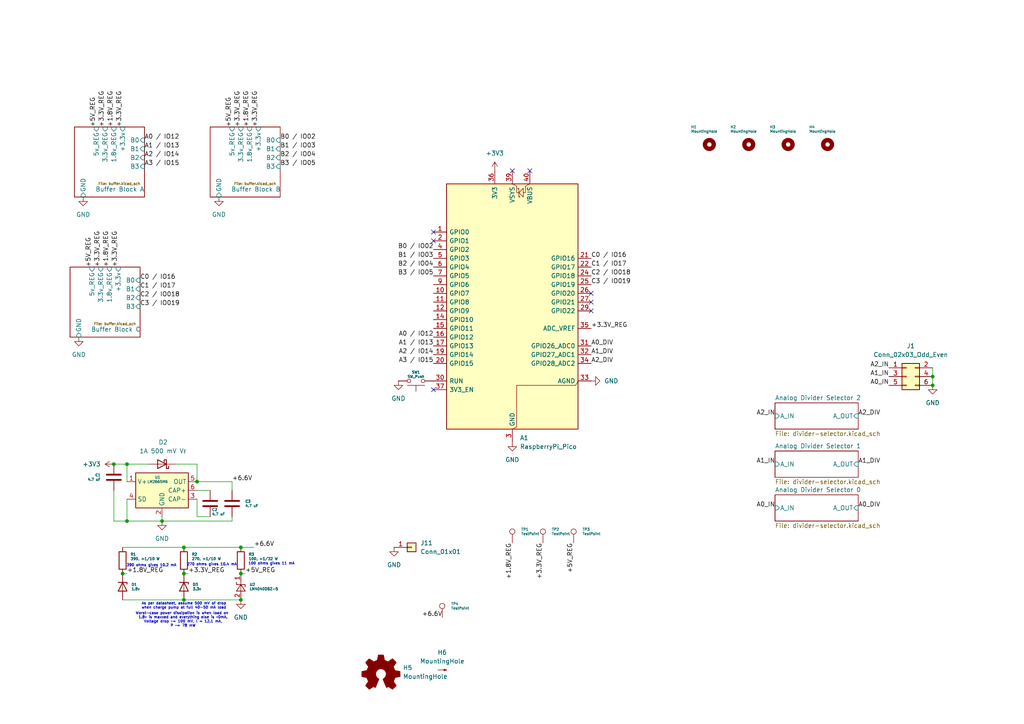
<source format=kicad_sch>
(kicad_sch (version 20231120) (generator "eeschema") (generator_version "8.0")
  (paper "A4")
  (lib_symbols
    (symbol "Connector:TestPoint" (pin_numbers hide) (pin_names (offset 0.762) hide)
      (property "Reference" "TP" (at 0 6.858 0))
      (property "Value" "TestPoint" (at 0 5.08 0))
      (symbol "TestPoint_0_1"
        (circle (center 0 3.302) (radius 0.762))
      )
      (symbol "TestPoint_1_1"
        (pin passive line (at 0 0 90) (length 2.54) (name "1") (number "1"))
      )
    )
    (symbol "Connector_Generic:Conn_01x01" (pin_names (offset 1.016) hide)
      (property "Reference" "J" (at 0 2.54 0))
      (property "Value" "Conn_01x01" (at 0 -2.54 0))
      (symbol "Conn_01x01_1_1"
        (rectangle (start -1.27 0.127) (end 0 -0.127) (stroke (width 0.1524)))
        (rectangle (start -1.27 1.27) (end 1.27 -1.27) (stroke (width 0.254)) (fill (type background)))
        (pin passive line (at -5.08 0 0) (length 3.81) (name "Pin_1") (number "1"))
      )
    )
    (symbol "Connector_Generic:Conn_02x03_Odd_Even" (pin_names (offset 1.016) hide)
      (property "Reference" "J" (at 1.27 5.08 0))
      (property "Value" "Conn_02x03_Odd_Even" (at 1.27 -5.08 0))
      (symbol "Conn_02x03_Odd_Even_1_1"
        (rectangle (start -1.27 -2.413) (end 0 -2.667) (stroke (width 0.1524)))
        (rectangle (start -1.27 0.127) (end 0 -0.127) (stroke (width 0.1524)))
        (rectangle (start -1.27 2.667) (end 0 2.413) (stroke (width 0.1524)))
        (rectangle (start -1.27 3.81) (end 3.81 -3.81) (stroke (width 0.254)) (fill (type background)))
        (rectangle (start 3.81 -2.413) (end 2.54 -2.667) (stroke (width 0.1524)))
        (rectangle (start 3.81 0.127) (end 2.54 -0.127) (stroke (width 0.1524)))
        (rectangle (start 3.81 2.667) (end 2.54 2.413) (stroke (width 0.1524)))
        (pin passive line (at -5.08 2.54 0) (length 3.81) (name "Pin_1") (number "1"))
        (pin passive line (at 7.62 2.54 180) (length 3.81) (name "Pin_2") (number "2"))
        (pin passive line (at -5.08 0 0) (length 3.81) (name "Pin_3") (number "3"))
        (pin passive line (at 7.62 0 180) (length 3.81) (name "Pin_4") (number "4"))
        (pin passive line (at -5.08 -2.54 0) (length 3.81) (name "Pin_5") (number "5"))
        (pin passive line (at 7.62 -2.54 180) (length 3.81) (name "Pin_6") (number "6"))
      )
    )
    (symbol "Device:C" (pin_numbers hide) (pin_names (offset 0.254))
      (property "Reference" "C" (at 0.635 2.54 0))
      (property "Value" "C" (at 0.635 -2.54 0))
      (symbol "C_0_1"
        (polyline (pts (xy -2.032 -0.762) (xy 2.032 -0.762)) (stroke (width 0.508)))
        (polyline (pts (xy -2.032 0.762) (xy 2.032 0.762)) (stroke (width 0.508)))
      )
      (symbol "C_1_1"
        (pin passive line (at 0 3.81 270) (length 2.794) (name "~") (number "1"))
        (pin passive line (at 0 -3.81 90) (length 2.794) (name "~") (number "2"))
      )
    )
    (symbol "Device:D_Schottky" (pin_numbers hide) (pin_names (offset 1.016) hide)
      (property "Reference" "D" (at 0 2.54 0))
      (property "Value" "D_Schottky" (at 0 -2.54 0))
      (symbol "D_Schottky_0_1"
        (polyline (pts (xy 1.27 0) (xy -1.27 0)))
        (polyline (pts (xy 1.27 1.27) (xy 1.27 -1.27) (xy -1.27 0) (xy 1.27 1.27)) (stroke (width 0.254)))
        (polyline (pts (xy -1.905 0.635) (xy -1.905 1.27) (xy -1.27 1.27) (xy -1.27 -1.27) (xy -0.635 -1.27) (xy -0.635 -0.635)) (stroke (width 0.254)))
      )
      (symbol "D_Schottky_1_1"
        (pin passive line (at -3.81 0 0) (length 2.54) (name "K") (number "1"))
        (pin passive line (at 3.81 0 180) (length 2.54) (name "A") (number "2"))
      )
    )
    (symbol "Device:D_Zener" (pin_numbers hide) (pin_names (offset 1.016) hide)
      (property "Reference" "D" (at 0 2.54 0))
      (property "Value" "D_Zener" (at 0 -2.54 0))
      (symbol "D_Zener_0_1"
        (polyline (pts (xy 1.27 0) (xy -1.27 0)))
        (polyline (pts (xy -1.27 -1.27) (xy -1.27 1.27) (xy -0.762 1.27)) (stroke (width 0.254)))
        (polyline (pts (xy 1.27 -1.27) (xy 1.27 1.27) (xy -1.27 0) (xy 1.27 -1.27)) (stroke (width 0.254)))
      )
      (symbol "D_Zener_1_1"
        (pin passive line (at -3.81 0 0) (length 2.54) (name "K") (number "1"))
        (pin passive line (at 3.81 0 180) (length 2.54) (name "A") (number "2"))
      )
    )
    (symbol "Device:R" (pin_numbers hide) (pin_names (offset 0))
      (property "Reference" "R" (at 2.032 0 90))
      (property "Value" "R" (at 0 0 90))
      (symbol "R_0_1"
        (rectangle (start -1.016 -2.54) (end 1.016 2.54) (stroke (width 0.254)))
      )
      (symbol "R_1_1"
        (pin passive line (at 0 3.81 270) (length 1.27) (name "~") (number "1"))
        (pin passive line (at 0 -3.81 90) (length 1.27) (name "~") (number "2"))
      )
    )
    (symbol "Graphic:Logo_Open_Hardware_Small" (in_bom no) (on_board no)
      (symbol "Logo_Open_Hardware_Small_0_1"
        (polyline (pts (xy 3.3528 -4.3434) (xy 3.302 -4.318) (xy 3.175 -4.2418) (xy 2.9972 -4.1148) (xy 2.7686 -3.9624) (xy 2.54 -3.81) (xy 2.3622 -3.7084) (xy 2.2352 -3.6068) (xy 2.1844 -3.5814) (xy 2.159 -3.6068) (xy 2.0574 -3.6576) (xy 1.905 -3.7338) (xy 1.8034 -3.7846) (xy 1.6764 -3.8354) (xy 1.6002 -3.8354) (xy 1.6002 -3.8354) (xy 1.5494 -3.7338) (xy 1.4732 -3.5306) (xy 1.3462 -3.302) (xy 1.2446 -3.0226) (xy 1.1176 -2.7178) (xy 0.9652 -2.413) (xy 0.8636 -2.1082) (xy 0.7366 -1.8288) (xy 0.6604 -1.6256) (xy 0.6096 -1.4732) (xy 0.5842 -1.397) (xy 0.5842 -1.397) (xy 0.6604 -1.3208) (xy 0.7874 -1.2446) (xy 1.0414 -1.016) (xy 1.2954 -0.6858) (xy 1.4478 -0.3302) (xy 1.524 0.0762) (xy 1.4732 0.4572) (xy 1.3208 0.8128) (xy 1.0668 1.143) (xy 0.762 1.3716) (xy 0.4064 1.524) (xy 0 1.5748) (xy -0.381 1.5494) (xy -0.7366 1.397) (xy -1.0668 1.143) (xy -1.2192 0.9906) (xy -1.397 0.6604) (xy -1.524 0.3048) (xy -1.524 0.2286) (xy -1.4986 -0.1778) (xy -1.397 -0.5334) (xy -1.1938 -0.8636) (xy -0.9144 -1.143) (xy -0.8636 -1.1684) (xy -0.7366 -1.27) (xy -0.635 -1.3462) (xy -0.5842 -1.397) (xy -1.0668 -2.5908) (xy -1.143 -2.794) (xy -1.2954 -3.1242) (xy -1.397 -3.4036) (xy -1.4986 -3.6322) (xy -1.5748 -3.7846) (xy -1.6002 -3.8354) (xy -1.6002 -3.8354) (xy -1.651 -3.8354) (xy -1.7272 -3.81) (xy -1.905 -3.7338) (xy -2.0066 -3.683) (xy -2.1336 -3.6068) (xy -2.2098 -3.5814) (xy -2.2606 -3.6068) (xy -2.3622 -3.683) (xy -2.54 -3.81) (xy -2.7686 -3.9624) (xy -2.9718 -4.0894) (xy -3.1496 -4.2164) (xy -3.302 -4.318) (xy -3.3528 -4.3434) (xy -3.3782 -4.3434) (xy -3.429 -4.318) (xy -3.5306 -4.2164) (xy -3.7084 -4.064) (xy -3.937 -3.8354) (xy -3.9624 -3.81) (xy -4.1656 -3.6068) (xy -4.318 -3.4544) (xy -4.4196 -3.3274) (xy -4.445 -3.2766) (xy -4.445 -3.2766) (xy -4.4196 -3.2258) (xy -4.318 -3.0734) (xy -4.2164 -2.8956) (xy -4.064 -2.667) (xy -3.6576 -2.0828) (xy -3.8862 -1.5494) (xy -3.937 -1.3716) (xy -4.0386 -1.1684) (xy -4.0894 -1.0414) (xy -4.1148 -0.9652) (xy -4.191 -0.9398) (xy -4.318 -0.9144) (xy -4.5466 -0.8636) (xy -4.8006 -0.8128) (xy -5.0546 -0.7874) (xy -5.2578 -0.7366) (xy -5.4356 -0.7112) (xy -5.5118 -0.6858) (xy -5.5118 -0.6858) (xy -5.5372 -0.635) (xy -5.5372 -0.5588) (xy -5.5372 -0.4318) (xy -5.5626 -0.2286) (xy -5.5626 0.0762) (xy -5.5626 0.127) (xy -5.5372 0.4064) (xy -5.5372 0.635) (xy -5.5372 0.762) (xy -5.5372 0.8382) (xy -5.5372 0.8382) (xy -5.461 0.8382) (xy -5.3086 0.889) (xy -5.08 0.9144) (xy -4.826 0.9652) (xy -4.8006 0.9906) (xy -4.5466 1.0414) (xy -4.318 1.0668) (xy -4.1656 1.1176) (xy -4.0894 1.143) (xy -4.0894 1.143) (xy -4.0386 1.2446) (xy -3.9624 1.4224) (xy -3.8608 1.6256) (xy -3.7846 1.8288) (xy -3.7084 2.0066) (xy -3.6576 2.159) (xy -3.6322 2.2098) (xy -3.6322 2.2098) (xy -3.683 2.286) (xy -3.7592 2.413) (xy -3.8862 2.5908) (xy -4.064 2.8194) (xy -4.064 2.8448) (xy -4.2164 3.0734) (xy -4.3434 3.2512) (xy -4.4196 3.3782) (xy -4.445 3.4544) (xy -4.445 3.4544) (xy -4.3942 3.5052) (xy -4.2926 3.6322) (xy -4.1148 3.81) (xy -3.937 4.0132) (xy -3.8608 4.064) (xy -3.6576 4.2926) (xy -3.5052 4.4196) (xy -3.4036 4.4958) (xy -3.3528 4.5212) (xy -3.3528 4.5212) (xy -3.302 4.4704) (xy -3.1496 4.3688) (xy -2.9718 4.2418) (xy -2.7432 4.0894) (xy -2.7178 4.0894) (xy -2.4892 3.937) (xy -2.3114 3.81) (xy -2.1844 3.7084) (xy -2.1336 3.683) (xy -2.1082 3.683) (xy -2.032 3.7084) (xy -1.8542 3.7592) (xy -1.6764 3.8354) (xy -1.4732 3.937) (xy -1.27 4.0132) (xy -1.143 4.064) (xy -1.0668 4.1148) (xy -1.0668 4.1148) (xy -1.0414 4.191) (xy -1.016 4.3434) (xy -0.9652 4.572) (xy -0.9144 4.8514) (xy -0.889 4.9022) (xy -0.8382 5.1562) (xy -0.8128 5.3848) (xy -0.7874 5.5372) (xy -0.762 5.588) (xy -0.7112 5.6134) (xy -0.5842 5.6134) (xy -0.4064 5.6134) (xy -0.1524 5.6134) (xy 0.0762 5.6134) (xy 0.3302 5.6134) (xy 0.5334 5.6134) (xy 0.6858 5.588) (xy 0.7366 5.588) (xy 0.7366 5.588) (xy 0.762 5.5118) (xy 0.8128 5.334) (xy 0.8382 5.1054) (xy 0.9144 4.826) (xy 0.9144 4.7752) (xy 0.9652 4.5212) (xy 1.016 4.2926) (xy 1.0414 4.1402) (xy 1.0668 4.0894) (xy 1.0668 4.0894) (xy 1.1938 4.0386) (xy 1.3716 3.9624) (xy 1.5748 3.8608) (xy 2.0828 3.6576) (xy 2.7178 4.0894) (xy 2.7686 4.1402) (xy 2.9972 4.2926) (xy 3.175 4.4196) (xy 3.302 4.4958) (xy 3.3782 4.5212) (xy 3.3782 4.5212) (xy 3.429 4.4704) (xy 3.556 4.3434) (xy 3.7338 4.191) (xy 3.9116 3.9878) (xy 4.064 3.8354) (xy 4.2418 3.6576) (xy 4.3434 3.556) (xy 4.4196 3.4798) (xy 4.4196 3.429) (xy 4.4196 3.4036) (xy 4.3942 3.3274) (xy 4.2926 3.2004) (xy 4.1656 2.9972) (xy 4.0132 2.794) (xy 3.8862 2.5908) (xy 3.7592 2.3876) (xy 3.6576 2.2352) (xy 3.6322 2.159) (xy 3.6322 2.1336) (xy 3.683 2.0066) (xy 3.7592 1.8288) (xy 3.8608 1.6002) (xy 4.064 1.1176) (xy 4.3942 1.0414) (xy 4.5974 1.016) (xy 4.8768 0.9652) (xy 5.1308 0.9144) (xy 5.5372 0.8382) (xy 5.5626 -0.6604) (xy 5.4864 -0.6858) (xy 5.4356 -0.6858) (xy 5.2832 -0.7366) (xy 5.0546 -0.762) (xy 4.8006 -0.8128) (xy 4.5974 -0.8636) (xy 4.3688 -0.9144) (xy 4.2164 -0.9398) (xy 4.1402 -0.9398) (xy 4.1148 -0.9652) (xy 4.064 -1.0668) (xy 3.9878 -1.2446) (xy 3.9116 -1.4478) (xy 3.81 -1.651) (xy 3.7338 -1.8542) (xy 3.683 -2.0066) (xy 3.6576 -2.0828) (xy 3.683 -2.1336) (xy 3.7846 -2.2606) (xy 3.8862 -2.4638) (xy 4.0386 -2.667) (xy 4.191 -2.8956) (xy 4.318 -3.0734) (xy 4.3942 -3.2004) (xy 4.445 -3.2766) (xy 4.4196 -3.3274) (xy 4.3434 -3.429) (xy 4.1656 -3.5814) (xy 3.937 -3.8354) (xy 3.8862 -3.8608) (xy 3.683 -4.064) (xy 3.5306 -4.2164) (xy 3.4036 -4.318) (xy 3.3528 -4.3434)) (fill (type outline)))
      )
    )
    (symbol "Graphic:SYM_Arrow_Tiny" (in_bom no) (on_board no)
      (symbol "SYM_Arrow_Tiny_0_1"
        (polyline (pts (xy 1.27 0) (xy -1.27 0)))
        (polyline (pts (xy 1.27 0) (xy 0.508 -0.254) (xy 0.508 0.254) (xy 1.27 0)) (fill (type outline)))
      )
    )
    (symbol "MCU_Module_RaspberryPi_Pico:RaspberryPi_Pico" (pin_names (offset 0.762))
      (property "Reference" "A" (at -19.05 38.1 0))
      (property "Value" "RaspberryPi_Pico" (at 7.62 38.1 0))
      (symbol "RaspberryPi_Pico_0_1"
        (rectangle (start -19.05 36.83) (end 19.05 -34.29) (stroke (width 0.254)) (fill (type background)))
        (polyline (pts (xy 0 36.83) (xy 1.27 36.195) (xy 1.27 34.29) (xy 1.905 34.29)))
        (polyline (pts (xy 1.905 34.29) (xy 3.175 35.56) (xy 3.175 33.02) (xy 1.905 34.29)))
        (polyline (pts (xy 5.08 36.83) (xy 3.81 36.195) (xy 3.81 34.29) (xy 3.175 34.29)))
        (polyline (pts (xy 0 -34.29) (xy 1.27 -33.655) (xy 1.27 -21.59) (xy 18.415 -21.59) (xy 19.05 -20.32)))
        (polyline (pts (xy 1.651 35.306) (xy 1.651 35.56) (xy 1.905 35.56) (xy 1.905 33.02) (xy 2.159 33.02) (xy 2.159 33.274)))
      )
      (symbol "RaspberryPi_Pico_1_1"
        (pin bidirectional line (at -22.86 22.86 0) (length 3.81) (name "GPIO0") (number "1"))
        (pin bidirectional line (at -22.86 5.08 0) (length 3.81) (name "GPIO7") (number "10"))
        (pin bidirectional line (at -22.86 2.54 0) (length 3.81) (name "GPIO8") (number "11"))
        (pin bidirectional line (at -22.86 0 0) (length 3.81) (name "GPIO9") (number "12"))
        (pin passive line (at 0 -38.1 90) (length 3.81) hide (name "GND") (number "13"))
        (pin bidirectional line (at -22.86 -2.54 0) (length 3.81) (name "GPIO10") (number "14"))
        (pin bidirectional line (at -22.86 -5.08 0) (length 3.81) (name "GPIO11") (number "15"))
        (pin bidirectional line (at -22.86 -7.62 0) (length 3.81) (name "GPIO12") (number "16"))
        (pin bidirectional line (at -22.86 -10.16 0) (length 3.81) (name "GPIO13") (number "17"))
        (pin passive line (at 0 -38.1 90) (length 3.81) hide (name "GND") (number "18"))
        (pin bidirectional line (at -22.86 -12.7 0) (length 3.81) (name "GPIO14") (number "19"))
        (pin bidirectional line (at -22.86 20.32 0) (length 3.81) (name "GPIO1") (number "2"))
        (pin bidirectional line (at -22.86 -15.24 0) (length 3.81) (name "GPIO15") (number "20"))
        (pin bidirectional line (at 22.86 15.24 180) (length 3.81) (name "GPIO16") (number "21"))
        (pin bidirectional line (at 22.86 12.7 180) (length 3.81) (name "GPIO17") (number "22"))
        (pin passive line (at 0 -38.1 90) (length 3.81) hide (name "GND") (number "23"))
        (pin bidirectional line (at 22.86 10.16 180) (length 3.81) (name "GPIO18") (number "24"))
        (pin bidirectional line (at 22.86 7.62 180) (length 3.81) (name "GPIO19") (number "25"))
        (pin bidirectional line (at 22.86 5.08 180) (length 3.81) (name "GPIO20") (number "26"))
        (pin bidirectional line (at 22.86 2.54 180) (length 3.81) (name "GPIO21") (number "27"))
        (pin passive line (at 0 -38.1 90) (length 3.81) hide (name "GND") (number "28"))
        (pin bidirectional line (at 22.86 0 180) (length 3.81) (name "GPIO22") (number "29"))
        (pin power_out line (at 0 -38.1 90) (length 3.81) (name "GND") (number "3"))
        (pin input line (at -22.86 -20.32 0) (length 3.81) (name "RUN") (number "30"))
        (pin bidirectional line (at 22.86 -10.16 180) (length 3.81) (name "GPIO26_ADC0") (number "31"))
        (pin bidirectional line (at 22.86 -12.7 180) (length 3.81) (name "GPIO27_ADC1") (number "32"))
        (pin power_out line (at 22.86 -20.32 180) (length 3.81) (name "AGND") (number "33"))
        (pin bidirectional line (at 22.86 -15.24 180) (length 3.81) (name "GPIO28_ADC2") (number "34"))
        (pin power_in line (at 22.86 -5.08 180) (length 3.81) (name "ADC_VREF") (number "35"))
        (pin power_out line (at -5.08 40.64 270) (length 3.81) (name "3V3") (number "36"))
        (pin input line (at -22.86 -22.86 0) (length 3.81) (name "3V3_EN") (number "37"))
        (pin passive line (at 0 -38.1 90) (length 3.81) hide (name "GND") (number "38"))
        (pin power_in line (at 0 40.64 270) (length 3.81) (name "VSYS") (number "39"))
        (pin bidirectional line (at -22.86 17.78 0) (length 3.81) (name "GPIO2") (number "4"))
        (pin power_out line (at 5.08 40.64 270) (length 3.81) (name "VBUS") (number "40"))
        (pin bidirectional line (at -22.86 15.24 0) (length 3.81) (name "GPIO3") (number "5"))
        (pin bidirectional line (at -22.86 12.7 0) (length 3.81) (name "GPIO4") (number "6"))
        (pin bidirectional line (at -22.86 10.16 0) (length 3.81) (name "GPIO5") (number "7"))
        (pin passive line (at 0 -38.1 90) (length 3.81) hide (name "GND") (number "8"))
        (pin bidirectional line (at -22.86 7.62 0) (length 3.81) (name "GPIO6") (number "9"))
      )
    )
    (symbol "Mechanical:MountingHole" (pin_names (offset 1.016)) (exclude_from_sim yes) (in_bom no)
      (property "Reference" "H" (at 0 5.08 0))
      (property "Value" "MountingHole" (at 0 3.175 0))
      (symbol "MountingHole_0_1"
        (circle (center 0 0) (radius 1.27) (stroke (width 1.27)))
      )
    )
    (symbol "Reference_Voltage:LM4040DBZ-5" (pin_names (offset 0.0254) hide)
      (property "Reference" "U" (at 0 2.54 0))
      (property "Value" "LM4040DBZ-5" (at 0 -3.175 0))
      (symbol "LM4040DBZ-5_0_1"
        (polyline (pts (xy -1.27 0) (xy 0 0) (xy 1.27 0)))
        (polyline (pts (xy -1.27 -1.27) (xy 0.635 0) (xy -1.27 1.27) (xy -1.27 -1.27)) (stroke (width 0.2032)))
        (polyline (pts (xy 0 -1.27) (xy 0.635 -1.27) (xy 0.635 1.27) (xy 1.27 1.27)) (stroke (width 0.2032)))
      )
      (symbol "LM4040DBZ-5_1_1"
        (pin passive line (at 3.81 0 180) (length 2.54) (name "K") (number "1"))
        (pin passive line (at -3.81 0 0) (length 2.54) (name "A") (number "2"))
        (pin no_connect line (at -1.27 0 0) (length 2.54) hide (name "NC") (number "3"))
      )
    )
    (symbol "Regulator_SwitchedCapacitor:LM2665M6"
      (property "Reference" "U" (at -6.35 6.35 0))
      (property "Value" "LM2665M6" (at 1.27 6.35 0))
      (symbol "LM2665M6_0_1"
        (rectangle (start -7.62 5.08) (end 7.62 -5.08) (stroke (width 0.254)) (fill (type background)))
      )
      (symbol "LM2665M6_1_1"
        (pin passive line (at -10.16 2.54 0) (length 2.54) (name "V+") (number "1"))
        (pin power_in line (at 0 -7.62 90) (length 2.54) (name "GND") (number "2"))
        (pin passive line (at 10.16 -2.54 180) (length 2.54) (name "CAP-") (number "3"))
        (pin input line (at -10.16 -2.54 0) (length 2.54) (name "SD") (number "4"))
        (pin passive line (at 10.16 2.54 180) (length 2.54) (name "OUT") (number "5"))
        (pin passive line (at 10.16 0 180) (length 2.54) (name "CAP+") (number "6"))
      )
    )
    (symbol "Switch:SW_Push" (pin_numbers hide) (pin_names (offset 1.016) hide)
      (property "Reference" "SW" (at 1.27 2.54 0))
      (property "Value" "SW_Push" (at 0 -1.524 0))
      (symbol "SW_Push_0_1"
        (circle (center -2.032 0) (radius 0.508))
        (polyline (pts (xy 0 1.27) (xy 0 3.048)))
        (polyline (pts (xy 2.54 1.27) (xy -2.54 1.27)))
        (circle (center 2.032 0) (radius 0.508))
        (pin passive line (at -5.08 0 0) (length 2.54) (name "1") (number "1"))
        (pin passive line (at 5.08 0 180) (length 2.54) (name "2") (number "2"))
      )
    )
    (symbol "power:+3V3" (power) (pin_numbers hide) (pin_names (offset 0) hide)
      (property "Value" "+3V3" (at 0 3.556 0))
      (symbol "+3V3_0_1"
        (polyline (pts (xy -0.762 1.27) (xy 0 2.54)))
        (polyline (pts (xy 0 0) (xy 0 2.54)))
        (polyline (pts (xy 0 2.54) (xy 0.762 1.27)))
      )
      (symbol "+3V3_1_1"
        (pin power_in line (at 0 0 90) (length 0) (name "~") (number "1"))
      )
    )
    (symbol "power:GND" (power) (pin_numbers hide) (pin_names (offset 0) hide)
      (property "Value" "GND" (at 0 -3.81 0))
      (symbol "GND_0_1"
        (polyline (pts (xy 0 0) (xy 0 -1.27) (xy 1.27 -1.27) (xy 0 -2.54) (xy -1.27 -1.27) (xy 0 -1.27)))
      )
      (symbol "GND_1_1"
        (pin power_in line (at 0 0 270) (length 0) (name "~") (number "1"))
      )
    )
  )
  (junction (at 270.51 109.22))
  (junction (at 69.85 173.99))
  (junction (at 53.34 166.37))
  (junction (at 53.34 158.75))
  (junction (at 35.56 166.37))
  (junction (at 57.15 139.7))
  (junction (at 36.83 151.13))
  (junction (at 69.85 158.75))
  (junction (at 270.51 111.76))
  (junction (at 46.99 151.13))
  (junction (at 33.02 134.62))
  (junction (at 36.83 134.62))
  (junction (at 53.34 173.99))
  (junction (at 69.85 166.37))
  (no_connect (at 125.73 113.03))
  (no_connect (at 171.45 90.17))
  (no_connect (at 125.73 69.85))
  (no_connect (at 125.73 67.31))
  (no_connect (at 148.59 49.53))
  (no_connect (at 171.45 87.63))
  (no_connect (at 153.67 49.53))
  (no_connect (at 171.45 85.09))
  (wire (pts (xy 67.31 149.86) (xy 67.31 151.13)))
  (wire (pts (xy 270.51 106.68) (xy 270.51 109.22)))
  (wire (pts (xy 57.15 149.86) (xy 60.96 149.86)))
  (wire (pts (xy 67.31 139.7) (xy 67.31 142.24)))
  (wire (pts (xy 46.99 149.86) (xy 46.99 151.13)))
  (wire (pts (xy 33.02 142.24) (xy 33.02 151.13)))
  (wire (pts (xy 69.85 158.75) (xy 73.66 158.75)))
  (wire (pts (xy 33.02 134.62) (xy 36.83 134.62)))
  (wire (pts (xy 57.15 142.24) (xy 60.96 142.24)))
  (wire (pts (xy 69.85 166.37) (xy 71.12 166.37)))
  (wire (pts (xy 53.34 173.99) (xy 69.85 173.99)))
  (wire (pts (xy 35.56 173.99) (xy 53.34 173.99)))
  (wire (pts (xy 35.56 166.37) (xy 36.83 166.37)))
  (wire (pts (xy 53.34 158.75) (xy 69.85 158.75)))
  (wire (pts (xy 270.51 109.22) (xy 270.51 111.76)))
  (wire (pts (xy 36.83 144.78) (xy 36.83 151.13)))
  (wire (pts (xy 57.15 144.78) (xy 57.15 149.86)))
  (wire (pts (xy 36.83 139.7) (xy 36.83 134.62)))
  (wire (pts (xy 67.31 151.13) (xy 46.99 151.13)))
  (wire (pts (xy 35.56 158.75) (xy 53.34 158.75)))
  (wire (pts (xy 36.83 151.13) (xy 46.99 151.13)))
  (wire (pts (xy 57.15 139.7) (xy 67.31 139.7)))
  (wire (pts (xy 57.15 134.62) (xy 57.15 139.7)))
  (wire (pts (xy 33.02 151.13) (xy 36.83 151.13)))
  (wire (pts (xy 50.8 134.62) (xy 57.15 134.62)))
  (wire (pts (xy 36.83 134.62) (xy 43.18 134.62)))
  (wire (pts (xy 53.34 166.37) (xy 54.61 166.37)))
  (text "Worst-case power dissipation is when load on \n1.8v is maxxed and everything else is ~0mA.\nVoltage drop ~= 100 mV, I = 12.1 mA,\nP ~= 78 mW" (at 53.086 177.546 0) (effects (font (size 0.75 0.75)) (justify top)))
  (text "390 ohms gives 10.2 mA" (at 43.942 164.084 0) (effects (font (size 0.75 0.75))))
  (text "100 ohms gives 11 mA" (at 78.74 163.576 0) (effects (font (size 0.75 0.75))))
  (text "As per datasheet, assume 500 mV of drop\nwhen charge pump at full 40-50 mA load" (at 53.34 175.768 0) (effects (font (size 0.75 0.75))))
  (text "270 ohms gives 10.4 mA" (at 61.468 163.83 0) (effects (font (size 0.75 0.75))))
  (label "+3.3V_REG" (at 157.48 157.48 270))
  (label "+5V_REG" (at 26.67 77.47 90))
  (label "+3.3V_REG" (at 74.93 36.83 90))
  (label "C0 {slash} IO16" (at 40.64 81.28 0))
  (label "A1_IN" (at 257.81 109.22 180))
  (label "+1.8V_REG" (at 33.02 36.83 90))
  (label "+3.3V_REG" (at 171.45 95.25 0))
  (label "+3.3V_REG" (at 35.56 36.83 90))
  (label "+3.3V_REG" (at 34.29 77.47 90))
  (label "A1 {slash} IO13" (at 125.73 100.33 180))
  (label "+3.3V_REG" (at 69.85 36.83 90))
  (label "+1.8V_REG" (at 36.83 166.37 0))
  (label "+1.8V_REG" (at 148.59 157.48 270))
  (label "+5V_REG" (at 27.94 36.83 90))
  (label "C2 {slash} IO018" (at 171.45 80.01 0))
  (label "A0_IN" (at 224.79 147.32 180))
  (label "+5V_REG" (at 71.12 166.37 0))
  (label "A0 {slash} IO12" (at 125.73 97.79 180))
  (label "C1 {slash} IO17" (at 40.64 83.82 0))
  (label "+3.3V_REG" (at 29.21 77.47 90))
  (label "A0_IN" (at 257.81 111.76 180))
  (label "B1 {slash} IO03" (at 125.73 74.93 180))
  (label "A2_IN" (at 257.81 106.68 180))
  (label "A1_DIV" (at 171.45 102.87 0))
  (label "A1_IN" (at 224.79 134.62 180))
  (label "+5V_REG" (at 166.37 157.48 270))
  (label "A0_DIV" (at 248.92 147.32 0))
  (label "A2 {slash} IO14" (at 41.91 45.72 0))
  (label "+1.8V_REG" (at 31.75 77.47 90))
  (label "C3 {slash} IO019" (at 40.64 88.9 0))
  (label "C0 {slash} IO16" (at 171.45 74.93 0))
  (label "C1 {slash} IO17" (at 171.45 77.47 0))
  (label "A1_DIV" (at 248.92 134.62 0))
  (label "A2_DIV" (at 171.45 105.41 0))
  (label "A1 {slash} IO13" (at 41.91 43.18 0))
  (label "C3 {slash} IO019" (at 171.45 82.55 0))
  (label "+3.3V_REG" (at 30.48 36.83 90))
  (label "B1 {slash} IO03" (at 81.28 43.18 0))
  (label "A0 {slash} IO12" (at 41.91 40.64 0))
  (label "B3 {slash} IO05" (at 125.73 80.01 180))
  (label "B0 {slash} IO02" (at 81.28 40.64 0))
  (label "+1.8V_REG" (at 72.39 36.83 90))
  (label "A3 {slash} IO15" (at 41.91 48.26 0))
  (label "A2_IN" (at 224.79 120.65 180))
  (label "B0 {slash} IO02" (at 125.73 72.39 180))
  (label "+6.6V" (at 67.31 139.7 0))
  (label "A2 {slash} IO14" (at 125.73 102.87 180))
  (label "B2 {slash} IO04" (at 125.73 77.47 180))
  (label "A0_DIV" (at 171.45 100.33 0))
  (label "B2 {slash} IO04" (at 81.28 45.72 0))
  (label "C2 {slash} IO018" (at 40.64 86.36 0))
  (label "+3.3V_REG" (at 54.61 166.37 0))
  (label "+6.6V" (at 73.66 158.75 0))
  (label "B3 {slash} IO05" (at 81.28 48.26 0))
  (label "A2_DIV" (at 248.92 120.65 0))
  (label "+6.6V" (at 128.27 179.07 180))
  (label "A3 {slash} IO15" (at 125.73 105.41 180))
  (label "+5V_REG" (at 67.31 36.83 90))
  (symbol (lib_id "Device:R") (at 69.85 162.56 0) (unit 1)
    (property "Reference" "R3" (at 72.136 160.782 0) (effects (font (size 0.75 0.75)) (justify left)))
    (property "Value" "100, >1/32 W" (at 72.136 162.052 0) (effects (font (size 0.75 0.75)) (justify left)))
    (property "Footprint" "Resistor_SMD:R_0402_1005Metric" (effects (hide yes)))
    (property "Description" "Resistor" (effects (hide yes)))
  )
  (symbol (lib_id "Connector:TestPoint") (at 157.48 157.48 0) (unit 1)
    (property "Reference" "TP2" (at 160.02 153.5429 0) (effects (font (size 0.75 0.75)) (justify left)))
    (property "Value" "TestPoint" (at 160.02 154.8129 0) (effects (font (size 0.75 0.75)) (justify left)))
    (property "Footprint" "TestPoint:TestPoint_Pad_D1.0mm" (effects (hide yes)))
    (property "Description" "test point" (effects (hide yes)))
  )
  (symbol (lib_id "Mechanical:MountingHole") (at 205.74 41.91 0) (unit 1) (exclude_from_sim yes) (in_bom no)
    (property "Reference" "H1" (at 200.406 36.83 0) (effects (font (size 0.75 0.75)) (justify left)))
    (property "Value" "MountingHole" (at 200.406 38.1 0) (effects (font (size 0.75 0.75)) (justify left)))
    (property "Footprint" "MountingHole:MountingHole_3.2mm_M3" (effects (hide yes)))
    (property "Description" "Mounting Hole without connection" (effects (hide yes)))
  )
  (symbol (lib_id "Mechanical:MountingHole") (at 217.17 41.91 0) (unit 1) (exclude_from_sim yes) (in_bom no)
    (property "Reference" "H2" (at 211.836 36.83 0) (effects (font (size 0.75 0.75)) (justify left)))
    (property "Value" "MountingHole" (at 211.836 38.1 0) (effects (font (size 0.75 0.75)) (justify left)))
    (property "Footprint" "MountingHole:MountingHole_3.2mm_M3" (effects (hide yes)))
    (property "Description" "Mounting Hole without connection" (effects (hide yes)))
  )
  (symbol (lib_id "power:GND") (at 24.13 57.15 0) (unit 1)
    (property "Reference" "#PWR02" (effects (hide yes)))
    (property "Value" "GND" (at 24.13 62.23 0))
    (property "Description" "Power symbol creates a global label with name \"GND\" , ground" (effects (hide yes)))
  )
  (symbol (lib_id "Graphic:SYM_Arrow_Tiny") (at 128.27 194.31 0) (unit 1) (exclude_from_sim yes) (in_bom no) (on_board no)
    (property "Reference" "H6" (at 128.27 189.23 0))
    (property "Value" "MountingHole" (at 128.27 191.77 0))
    (property "Footprint" "Symbol:KiCad-Logo2_5mm_SilkScreen" (effects (hide yes)))
    (property "Description" "Filled arrow, 100mil" (effects (hide yes)))
  )
  (symbol (lib_id "Graphic:Logo_Open_Hardware_Small") (at 110.49 195.58 0) (unit 1) (exclude_from_sim yes) (in_bom no) (on_board no)
    (property "Reference" "H5" (at 116.84 193.6749 0) (effects (justify left)))
    (property "Value" "MountingHole" (at 116.84 196.2149 0) (effects (justify left)))
    (property "Footprint" "Symbol:OSHW-Logo2_7.3x6mm_SilkScreen" (effects (hide yes)))
    (property "Description" "Open Hardware logo, small" (effects (hide yes)))
  )
  (symbol (lib_id "power:GND") (at 22.86 97.79 0) (unit 1)
    (property "Reference" "#PWR01" (effects (hide yes)))
    (property "Value" "GND" (at 22.86 102.87 0))
    (property "Description" "Power symbol creates a global label with name \"GND\" , ground" (effects (hide yes)))
  )
  (symbol (lib_id "Device:C") (at 60.96 146.05 180) (unit 1)
    (property "Reference" "C2" (at 61.468 147.828 0) (effects (font (size 0.75 0.75)) (justify right)))
    (property "Value" "4.7 uF" (at 61.468 149.098 0) (effects (font (size 0.75 0.75)) (justify right)))
    (property "Footprint" "Capacitor_SMD:C_0603_1608Metric" (effects (hide yes)))
    (property "Description" "Unpolarized capacitor" (effects (hide yes)))
  )
  (symbol (lib_id "Device:C") (at 33.02 138.43 0) (mirror x) (unit 1)
    (property "Reference" "C1" (at 29.21 137.7949 0) (effects (font (size 0.75 0.75)) (justify right)))
    (property "Value" "4.7 uF" (at 29.21 139.0649 0) (effects (font (size 0.75 0.75)) (justify right)))
    (property "Footprint" "Capacitor_SMD:C_0603_1608Metric" (effects (hide yes)))
    (property "Description" "Unpolarized capacitor" (effects (hide yes)))
  )
  (symbol (lib_id "power:GND") (at 171.45 110.49 90) (unit 1)
    (property "Reference" "#PWR013" (effects (hide yes)))
    (property "Value" "GND" (at 175.26 110.4899 90) (effects (justify right)))
    (property "Description" "Power symbol creates a global label with name \"GND\" , ground" (effects (hide yes)))
  )
  (symbol (lib_id "Mechanical:MountingHole") (at 228.6 41.91 0) (unit 1) (exclude_from_sim yes) (in_bom no)
    (property "Reference" "H3" (at 223.266 36.83 0) (effects (font (size 0.75 0.75)) (justify left)))
    (property "Value" "MountingHole" (at 223.266 38.1 0) (effects (font (size 0.75 0.75)) (justify left)))
    (property "Footprint" "MountingHole:MountingHole_3.2mm_M3" (effects (hide yes)))
    (property "Description" "Mounting Hole without connection" (effects (hide yes)))
  )
  (symbol (lib_id "Device:R") (at 53.34 162.56 0) (unit 1)
    (property "Reference" "R2" (at 55.626 160.782 0) (effects (font (size 0.75 0.75)) (justify left)))
    (property "Value" "270, >1/10 W" (at 55.626 162.052 0) (effects (font (size 0.75 0.75)) (justify left)))
    (property "Footprint" "Resistor_SMD:R_0402_1005Metric" (effects (hide yes)))
    (property "Description" "Resistor" (effects (hide yes)))
  )
  (symbol (lib_id "Connector_Generic:Conn_02x03_Odd_Even") (at 262.89 109.22 0) (unit 1)
    (property "Reference" "J1" (at 264.16 100.33 0))
    (property "Value" "Conn_02x03_Odd_Even" (at 264.16 102.87 0))
    (property "Footprint" "Connector_PinSocket_2.54mm:PinSocket_2x03_P2.54mm_Horizontal" (effects (hide yes)))
    (property "Description" "Generic connector, double row, 02x03, odd/even pin numbering scheme (row 1 odd numbers, row 2 even numbers), script generated (kicad-library-utils/schlib/autogen/connector/)" (effects (hide yes)))
  )
  (symbol (lib_id "power:+3V3") (at 143.51 49.53 0) (unit 1)
    (property "Reference" "#PWR011" (effects (hide yes)))
    (property "Value" "+3V3" (at 143.51 44.45 0))
    (property "Description" "Power symbol creates a global label with name \"+3V3\"" (effects (hide yes)))
  )
  (symbol (lib_id "Switch:SW_Push") (at 120.65 110.49 180) (unit 1)
    (property "Reference" "SW1" (at 120.65 107.95 0) (effects (font (size 0.75 0.75))))
    (property "Value" "SW_Push" (at 120.65 109.22 0) (effects (font (size 0.75 0.75))))
    (property "Footprint" "Button_Switch_SMD:SW_Tactile_SPST_NO_Straight_CK_PTS636Sx25SMTRLFS" (effects (hide yes)))
    (property "Description" "Push button switch, generic, two pins" (effects (hide yes)))
  )
  (symbol (lib_id "Device:D_Zener") (at 35.56 170.18 270) (unit 1)
    (property "Reference" "D1" (at 38.1 169.5449 90) (effects (font (size 0.75 0.75)) (justify left)))
    (property "Value" "1.8v" (at 38.1 170.8149 90) (effects (font (size 0.75 0.75)) (justify left)))
    (property "Footprint" "Diode_SMD:D_SOD-123" (effects (hide yes)))
    (property "Description" "Zener diode" (effects (hide yes)))
  )
  (symbol (lib_id "Device:D_Zener") (at 53.34 170.18 270) (unit 1)
    (property "Reference" "D3" (at 55.88 169.5449 90) (effects (font (size 0.75 0.75)) (justify left)))
    (property "Value" "3.3v" (at 55.88 170.8149 90) (effects (font (size 0.75 0.75)) (justify left)))
    (property "Footprint" "Diode_SMD:D_SOD-123" (effects (hide yes)))
    (property "Description" "Zener diode" (effects (hide yes)))
  )
  (symbol (lib_id "Connector:TestPoint") (at 148.59 157.48 0) (unit 1)
    (property "Reference" "TP1" (at 151.13 153.5429 0) (effects (font (size 0.75 0.75)) (justify left)))
    (property "Value" "TestPoint" (at 151.13 154.8129 0) (effects (font (size 0.75 0.75)) (justify left)))
    (property "Footprint" "TestPoint:TestPoint_Pad_D1.0mm" (effects (hide yes)))
    (property "Description" "test point" (effects (hide yes)))
  )
  (symbol (lib_id "power:GND") (at 114.3 158.75 0) (unit 1)
    (property "Reference" "#PWR04" (effects (hide yes)))
    (property "Value" "GND" (at 114.3 163.83 0))
    (property "Description" "Power symbol creates a global label with name \"GND\" , ground" (effects (hide yes)))
  )
  (symbol (lib_id "Device:C") (at 67.31 146.05 180) (unit 1)
    (property "Reference" "C3" (at 71.12 145.4149 0) (effects (font (size 0.75 0.75)) (justify right)))
    (property "Value" "4.7 uF" (at 71.12 146.6849 0) (effects (font (size 0.75 0.75)) (justify right)))
    (property "Footprint" "Capacitor_SMD:C_0603_1608Metric" (effects (hide yes)))
    (property "Description" "Unpolarized capacitor" (effects (hide yes)))
  )
  (symbol (lib_id "MCU_Module_RaspberryPi_Pico:RaspberryPi_Pico") (at 148.59 90.17 0) (unit 1)
    (property "Reference" "A1" (at 150.7841 127 0) (effects (justify left)))
    (property "Value" "RaspberryPi_Pico" (at 150.7841 129.54 0) (effects (justify left)))
    (property "Footprint" "Module_RaspberryPi_Pico:RaspberryPi_Pico_Common_THT" (effects (hide yes)))
    (property "Datasheet" "https://datasheets.raspberrypi.com/pico/pico-datasheet.pdf" (effects (hide yes)))
    (property "Description" "Versatile and inexpensive microcontroller module powered by RP2040 dual-core Arm Cortex-M0+ processor up to 133 MHz, 264kB SRAM, 2MB QSPI flash" (effects (hide yes)))
  )
  (symbol (lib_id "Connector:TestPoint") (at 128.27 179.07 0) (unit 1)
    (property "Reference" "TP4" (at 130.81 175.1329 0) (effects (font (size 0.75 0.75)) (justify left)))
    (property "Value" "TestPoint" (at 130.81 176.4029 0) (effects (font (size 0.75 0.75)) (justify left)))
    (property "Footprint" "TestPoint:TestPoint_Pad_D1.0mm" (effects (hide yes)))
    (property "Description" "test point" (effects (hide yes)))
  )
  (symbol (lib_id "power:+3V3") (at 33.02 134.62 90) (unit 1)
    (property "Reference" "#PWR03" (effects (hide yes)))
    (property "Value" "+3V3" (at 29.21 134.6199 90) (effects (justify left)))
    (property "Description" "Power symbol creates a global label with name \"+3V3\"" (effects (hide yes)))
  )
  (symbol (lib_id "Regulator_SwitchedCapacitor:LM2665M6") (at 46.99 142.24 0) (unit 1)
    (property "Reference" "U1" (at 45.72 138.43 0) (effects (font (size 0.75 0.75))))
    (property "Value" "LM2665M6" (at 45.72 139.7 0) (effects (font (size 0.75 0.75))))
    (property "Footprint" "Package_TO_SOT_SMD:SOT-23-6" (effects (hide yes)))
    (property "Datasheet" "https://www.ti.com/lit/ds/symlink/lm2665.pdf" (effects (hide yes)))
    (property "Description" "Switched Capacitor Voltage Converter, Doubles or Splits Input Supply Voltage (2.5 V to 5.5 V or 1.8 V to 11 V), 40 mA, SOT-23-6" (effects (hide yes)))
  )
  (symbol (lib_id "power:GND") (at 148.59 128.27 0) (unit 1)
    (property "Reference" "#PWR012" (effects (hide yes)))
    (property "Value" "GND" (at 148.59 133.35 0))
    (property "Description" "Power symbol creates a global label with name \"GND\" , ground" (effects (hide yes)))
  )
  (symbol (lib_id "Connector:TestPoint") (at 166.37 157.48 0) (unit 1)
    (property "Reference" "TP3" (at 168.91 153.5429 0) (effects (font (size 0.75 0.75)) (justify left)))
    (property "Value" "TestPoint" (at 168.91 154.8129 0) (effects (font (size 0.75 0.75)) (justify left)))
    (property "Footprint" "TestPoint:TestPoint_Pad_D1.0mm" (effects (hide yes)))
    (property "Description" "test point" (effects (hide yes)))
  )
  (symbol (lib_id "power:GND") (at 63.5 57.15 0) (unit 1)
    (property "Reference" "#PWR07" (effects (hide yes)))
    (property "Value" "GND" (at 63.5 62.23 0))
    (property "Description" "Power symbol creates a global label with name \"GND\" , ground" (effects (hide yes)))
  )
  (symbol (lib_id "Connector_Generic:Conn_01x01") (at 119.38 158.75 0) (unit 1)
    (property "Reference" "J11" (at 121.92 157.4799 0) (effects (justify left)))
    (property "Value" "Conn_01x01" (at 121.92 160.0199 0) (effects (justify left)))
    (property "Footprint" "Connector_PinHeader_2.54mm:PinHeader_1x01_P2.54mm_Vertical" (effects (hide yes)))
    (property "Description" "Generic connector, single row, 01x01, script generated (kicad-library-utils/schlib/autogen/connector/)" (effects (hide yes)))
  )
  (symbol (lib_id "power:GND") (at 46.99 151.13 0) (unit 1)
    (property "Reference" "#PWR06" (effects (hide yes)))
    (property "Value" "GND" (at 46.99 156.21 0))
    (property "Description" "Power symbol creates a global label with name \"GND\" , ground" (effects (hide yes)))
  )
  (symbol (lib_id "power:GND") (at 270.51 111.76 0) (unit 1)
    (property "Reference" "#PWR015" (effects (hide yes)))
    (property "Value" "GND" (at 270.51 116.84 0))
    (property "Description" "Power symbol creates a global label with name \"GND\" , ground" (effects (hide yes)))
  )
  (symbol (lib_id "Device:R") (at 35.56 162.56 0) (unit 1)
    (property "Reference" "R1" (at 37.846 160.782 0) (effects (font (size 0.75 0.75)) (justify left)))
    (property "Value" "390, >1/10 W" (at 37.846 162.052 0) (effects (font (size 0.75 0.75)) (justify left)))
    (property "Footprint" "Resistor_SMD:R_0402_1005Metric" (effects (hide yes)))
    (property "Description" "Resistor" (effects (hide yes)))
  )
  (symbol (lib_id "Mechanical:MountingHole") (at 240.03 41.91 0) (unit 1) (exclude_from_sim yes) (in_bom no)
    (property "Reference" "H4" (at 234.696 36.83 0) (effects (font (size 0.75 0.75)) (justify left)))
    (property "Value" "MountingHole" (at 234.696 38.1 0) (effects (font (size 0.75 0.75)) (justify left)))
    (property "Footprint" "MountingHole:MountingHole_3.2mm_M3" (effects (hide yes)))
    (property "Description" "Mounting Hole without connection" (effects (hide yes)))
  )
  (symbol (lib_id "power:GND") (at 115.57 110.49 0) (unit 1)
    (property "Reference" "#PWR010" (effects (hide yes)))
    (property "Value" "GND" (at 115.57 115.57 0))
    (property "Description" "Power symbol creates a global label with name \"GND\" , ground" (effects (hide yes)))
  )
  (symbol (lib_id "Device:D_Schottky") (at 46.99 134.62 180) (unit 1)
    (property "Reference" "D2" (at 47.3075 128.27 0))
    (property "Value" "1A 500 mV V_{F}" (at 47.3075 130.81 0))
    (property "Footprint" "Diode_SMD:D_SOD-123F" (effects (hide yes)))
    (property "Description" "Schottky diode" (effects (hide yes)))
  )
  (symbol (lib_id "Reference_Voltage:LM4040DBZ-5") (at 69.85 170.18 90) (unit 1)
    (property "Reference" "U2" (at 72.39 169.5449 90) (effects (font (size 0.75 0.75)) (justify right)))
    (property "Value" "LM4040DBZ-5" (at 72.39 170.8149 90) (effects (font (size 0.75 0.75)) (justify right)))
    (property "Footprint" "Package_TO_SOT_SMD:SOT-23" (effects (hide yes)))
    (property "Datasheet" "http://www.ti.com/lit/ds/symlink/lm4040-n.pdf" (effects (hide yes)))
    (property "Description" "5.000V Precision Micropower Shunt Voltage Reference, SOT-23" (effects (hide yes)))
  )
  (symbol (lib_id "power:GND") (at 69.85 173.99 0) (unit 1)
    (property "Reference" "#PWR08" (effects (hide yes)))
    (property "Value" "GND" (at 69.85 179.07 0))
    (property "Description" "Power symbol creates a global label with name \"GND\" , ground" (effects (hide yes)))
  )
  (sheet (at 20.32 77.47) (size 20.32 20.32) (stroke (width 0.1524))
    (property "Sheetname" "Buffer Block C" (at 26.416 96.266 0) (effects (justify left bottom)))
    (property "Sheetfile" "buffer.kicad_sch" (at 27.178 93.472 0) (effects (font (size 0.75 0.75)) (justify left top)))
    (pin "B1" input (at 40.64 83.82 0))
    (pin "B0" input (at 40.64 81.28 0))
    (pin "B2" input (at 40.64 86.36 0))
    (pin "B3" input (at 40.64 88.9 0))
    (pin "GND" input (at 22.86 97.79 270))
    (pin "+3.3v" input (at 34.29 77.47 90))
    (pin "1.8v_REG" input (at 31.75 77.47 90))
    (pin "3.3v_REG" input (at 29.21 77.47 90))
    (pin "5v_REG" input (at 26.67 77.47 90))
  )
  (sheet (at 60.96 36.83) (size 20.32 20.32) (stroke (width 0.1524))
    (property "Sheetname" "Buffer Block B" (at 67.056 55.626 0) (effects (justify left bottom)))
    (property "Sheetfile" "buffer.kicad_sch" (at 67.818 52.832 0) (effects (font (size 0.75 0.75)) (justify left top)))
    (pin "B1" input (at 81.28 43.18 0))
    (pin "B0" input (at 81.28 40.64 0))
    (pin "B2" input (at 81.28 45.72 0))
    (pin "B3" input (at 81.28 48.26 0))
    (pin "GND" input (at 63.5 57.15 270))
    (pin "+3.3v" input (at 74.93 36.83 90))
    (pin "1.8v_REG" input (at 72.39 36.83 90))
    (pin "3.3v_REG" input (at 69.85 36.83 90))
    (pin "5v_REG" input (at 67.31 36.83 90))
  )
  (sheet (at 224.79 116.84) (size 24.13 7.62) (stroke (width 0.1524))
    (property "Sheetname" "Analog Divider Selector 2" (at 224.79 116.1284 0) (effects (justify left bottom)))
    (property "Sheetfile" "divider-selector.kicad_sch" (at 224.79 125.0446 0) (effects (justify left top)))
    (pin "A_OUT" input (at 248.92 120.65 0))
    (pin "A_IN" input (at 224.79 120.65 180))
  )
  (sheet (at 224.79 130.81) (size 24.13 7.62) (stroke (width 0.1524))
    (property "Sheetname" "Analog Divider Selector 1" (at 224.79 130.0984 0) (effects (justify left bottom)))
    (property "Sheetfile" "divider-selector.kicad_sch" (at 224.79 139.0146 0) (effects (justify left top)))
    (pin "A_OUT" input (at 248.92 134.62 0))
    (pin "A_IN" input (at 224.79 134.62 180))
  )
  (sheet (at 21.59 36.83) (size 20.32 20.32) (stroke (width 0.1524))
    (property "Sheetname" "Buffer Block A" (at 27.686 55.626 0) (effects (justify left bottom)))
    (property "Sheetfile" "buffer.kicad_sch" (at 28.448 52.832 0) (effects (font (size 0.75 0.75)) (justify left top)))
    (pin "B1" input (at 41.91 43.18 0))
    (pin "B0" input (at 41.91 40.64 0))
    (pin "B2" input (at 41.91 45.72 0))
    (pin "B3" input (at 41.91 48.26 0))
    (pin "GND" input (at 24.13 57.15 270))
    (pin "+3.3v" input (at 35.56 36.83 90))
    (pin "1.8v_REG" input (at 33.02 36.83 90))
    (pin "3.3v_REG" input (at 30.48 36.83 90))
    (pin "5v_REG" input (at 27.94 36.83 90))
  )
  (sheet (at 224.79 143.51) (size 24.13 7.62) (stroke (width 0.1524))
    (property "Sheetname" "Analog Divider Selector 0" (at 224.79 142.7984 0) (effects (justify left bottom)))
    (property "Sheetfile" "divider-selector.kicad_sch" (at 224.79 151.7146 0) (effects (justify left top)))
    (pin "A_OUT" input (at 248.92 147.32 0))
    (pin "A_IN" input (at 224.79 147.32 180))
  )
)
</source>
